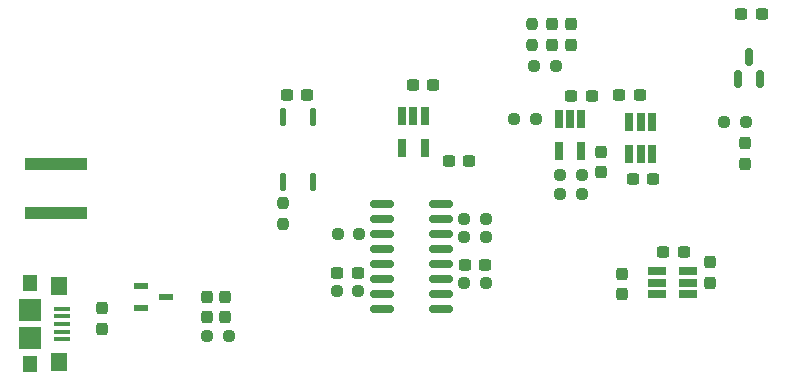
<source format=gtp>
%TF.GenerationSoftware,KiCad,Pcbnew,(6.0.7)*%
%TF.CreationDate,2023-02-28T16:34:10-05:00*%
%TF.ProjectId,Front_EndDesign3,46726f6e-745f-4456-9e64-44657369676e,rev?*%
%TF.SameCoordinates,Original*%
%TF.FileFunction,Paste,Top*%
%TF.FilePolarity,Positive*%
%FSLAX46Y46*%
G04 Gerber Fmt 4.6, Leading zero omitted, Abs format (unit mm)*
G04 Created by KiCad (PCBNEW (6.0.7)) date 2023-02-28 16:34:10*
%MOMM*%
%LPD*%
G01*
G04 APERTURE LIST*
G04 Aperture macros list*
%AMRoundRect*
0 Rectangle with rounded corners*
0 $1 Rounding radius*
0 $2 $3 $4 $5 $6 $7 $8 $9 X,Y pos of 4 corners*
0 Add a 4 corners polygon primitive as box body*
4,1,4,$2,$3,$4,$5,$6,$7,$8,$9,$2,$3,0*
0 Add four circle primitives for the rounded corners*
1,1,$1+$1,$2,$3*
1,1,$1+$1,$4,$5*
1,1,$1+$1,$6,$7*
1,1,$1+$1,$8,$9*
0 Add four rect primitives between the rounded corners*
20,1,$1+$1,$2,$3,$4,$5,0*
20,1,$1+$1,$4,$5,$6,$7,0*
20,1,$1+$1,$6,$7,$8,$9,0*
20,1,$1+$1,$8,$9,$2,$3,0*%
G04 Aperture macros list end*
%ADD10RoundRect,0.237500X-0.300000X-0.237500X0.300000X-0.237500X0.300000X0.237500X-0.300000X0.237500X0*%
%ADD11RoundRect,0.137500X0.137500X-0.587500X0.137500X0.587500X-0.137500X0.587500X-0.137500X-0.587500X0*%
%ADD12RoundRect,0.237500X-0.250000X-0.237500X0.250000X-0.237500X0.250000X0.237500X-0.250000X0.237500X0*%
%ADD13RoundRect,0.237500X-0.237500X0.300000X-0.237500X-0.300000X0.237500X-0.300000X0.237500X0.300000X0*%
%ADD14R,0.650000X1.560000*%
%ADD15RoundRect,0.237500X0.300000X0.237500X-0.300000X0.237500X-0.300000X-0.237500X0.300000X-0.237500X0*%
%ADD16R,5.207000X1.066800*%
%ADD17RoundRect,0.237500X0.237500X-0.300000X0.237500X0.300000X-0.237500X0.300000X-0.237500X-0.300000X0*%
%ADD18R,1.560000X0.650000*%
%ADD19RoundRect,0.150000X0.150000X-0.587500X0.150000X0.587500X-0.150000X0.587500X-0.150000X-0.587500X0*%
%ADD20RoundRect,0.237500X0.237500X-0.250000X0.237500X0.250000X-0.237500X0.250000X-0.237500X-0.250000X0*%
%ADD21RoundRect,0.237500X-0.237500X0.287500X-0.237500X-0.287500X0.237500X-0.287500X0.237500X0.287500X0*%
%ADD22RoundRect,0.237500X0.250000X0.237500X-0.250000X0.237500X-0.250000X-0.237500X0.250000X-0.237500X0*%
%ADD23R,1.300000X0.600000*%
%ADD24RoundRect,0.237500X-0.237500X0.250000X-0.237500X-0.250000X0.237500X-0.250000X0.237500X0.250000X0*%
%ADD25R,1.350000X0.400000*%
%ADD26R,1.400000X1.600000*%
%ADD27R,1.300000X1.450000*%
%ADD28R,1.900000X1.900000*%
%ADD29RoundRect,0.150000X0.825000X0.150000X-0.825000X0.150000X-0.825000X-0.150000X0.825000X-0.150000X0*%
G04 APERTURE END LIST*
D10*
%TO.C,C12*%
X92763000Y-78740000D03*
X94488000Y-78740000D03*
%TD*%
D11*
%TO.C,U2*%
X78740000Y-80474000D03*
X81280000Y-80474000D03*
X81280000Y-74974000D03*
X78740000Y-74974000D03*
%TD*%
D12*
%TO.C,R7*%
X94063500Y-85165000D03*
X95888500Y-85165000D03*
%TD*%
D13*
%TO.C,C10*%
X73817000Y-90223500D03*
X73817000Y-91948500D03*
%TD*%
D12*
%TO.C,R13*%
X98298000Y-75184000D03*
X100123000Y-75184000D03*
%TD*%
D14*
%TO.C,U6*%
X109954000Y-75380000D03*
X109004000Y-75380000D03*
X108054000Y-75380000D03*
X108054000Y-78080000D03*
X109004000Y-78080000D03*
X109954000Y-78080000D03*
%TD*%
D15*
%TO.C,C15*%
X112662500Y-86400000D03*
X110937500Y-86400000D03*
%TD*%
D16*
%TO.C,GD1*%
X59500000Y-78959800D03*
X59500000Y-83100000D03*
%TD*%
D17*
%TO.C,c16*%
X105686500Y-79680500D03*
X105686500Y-77955500D03*
%TD*%
D12*
%TO.C,R17*%
X116078000Y-75420000D03*
X117903000Y-75420000D03*
%TD*%
D10*
%TO.C,C7*%
X79047000Y-73152000D03*
X80772000Y-73152000D03*
%TD*%
D12*
%TO.C,R16*%
X102187500Y-79900000D03*
X104012500Y-79900000D03*
%TD*%
D18*
%TO.C,U4*%
X113050000Y-89950000D03*
X113050000Y-89000000D03*
X113050000Y-88050000D03*
X110350000Y-88050000D03*
X110350000Y-89000000D03*
X110350000Y-89950000D03*
%TD*%
D15*
%TO.C,C11*%
X91462500Y-72250000D03*
X89737500Y-72250000D03*
%TD*%
D19*
%TO.C,D1*%
X117250000Y-71737500D03*
X119150000Y-71737500D03*
X118200000Y-69862500D03*
%TD*%
D10*
%TO.C,C22*%
X117537500Y-66300000D03*
X119262500Y-66300000D03*
%TD*%
D17*
%TO.C,C14*%
X107400000Y-89962500D03*
X107400000Y-88237500D03*
%TD*%
D13*
%TO.C,C21*%
X117856000Y-77216000D03*
X117856000Y-78941000D03*
%TD*%
D17*
%TO.C,C18*%
X114900000Y-89025000D03*
X114900000Y-87300000D03*
%TD*%
D13*
%TO.C,C5*%
X63397000Y-91183500D03*
X63397000Y-92908500D03*
%TD*%
D17*
%TO.C,C13*%
X103100000Y-68862500D03*
X103100000Y-67137500D03*
%TD*%
D12*
%TO.C,R6*%
X72314500Y-93526000D03*
X74139500Y-93526000D03*
%TD*%
D20*
%TO.C,R8*%
X99800000Y-68912500D03*
X99800000Y-67087500D03*
%TD*%
D14*
%TO.C,U5*%
X103996500Y-75194000D03*
X103046500Y-75194000D03*
X102096500Y-75194000D03*
X102096500Y-77894000D03*
X103996500Y-77894000D03*
%TD*%
D21*
%TO.C,L1*%
X101500000Y-67125000D03*
X101500000Y-68875000D03*
%TD*%
D12*
%TO.C,R15*%
X102211500Y-81534000D03*
X104036500Y-81534000D03*
%TD*%
D22*
%TO.C,R12*%
X85112500Y-89729000D03*
X83287500Y-89729000D03*
%TD*%
D23*
%TO.C,Q1*%
X66677000Y-89276000D03*
X66677000Y-91176000D03*
X68777000Y-90226000D03*
%TD*%
D22*
%TO.C,R14*%
X101812500Y-70700000D03*
X99987500Y-70700000D03*
%TD*%
D24*
%TO.C,R5*%
X78740000Y-82249000D03*
X78740000Y-84074000D03*
%TD*%
D25*
%TO.C,J2*%
X59975000Y-91200000D03*
X59975000Y-91850000D03*
X59975000Y-92500000D03*
X59975000Y-93150000D03*
X59975000Y-93800000D03*
D26*
X59750000Y-89300000D03*
D27*
X57300000Y-89075000D03*
D28*
X57300000Y-91300000D03*
X57300000Y-93700000D03*
D27*
X57300000Y-95925000D03*
D26*
X59750000Y-95700000D03*
%TD*%
D10*
%TO.C,c19*%
X108357500Y-80264000D03*
X110082500Y-80264000D03*
%TD*%
D22*
%TO.C,R10*%
X85178500Y-84865000D03*
X83353500Y-84865000D03*
%TD*%
D17*
%TO.C,C8*%
X72297000Y-91948500D03*
X72297000Y-90223500D03*
%TD*%
D14*
%TO.C,U3*%
X90720000Y-74890000D03*
X89770000Y-74890000D03*
X88820000Y-74890000D03*
X88820000Y-77590000D03*
X90720000Y-77590000D03*
%TD*%
D15*
%TO.C,C20*%
X108913000Y-73152000D03*
X107188000Y-73152000D03*
%TD*%
D12*
%TO.C,R11*%
X94063500Y-83655000D03*
X95888500Y-83655000D03*
%TD*%
D10*
%TO.C,C6*%
X94123500Y-87495000D03*
X95848500Y-87495000D03*
%TD*%
D29*
%TO.C,U1*%
X92091000Y-91240000D03*
X92091000Y-89970000D03*
X92091000Y-88700000D03*
X92091000Y-87430000D03*
X92091000Y-86160000D03*
X92091000Y-84890000D03*
X92091000Y-83620000D03*
X92091000Y-82350000D03*
X87141000Y-82350000D03*
X87141000Y-83620000D03*
X87141000Y-84890000D03*
X87141000Y-86160000D03*
X87141000Y-87430000D03*
X87141000Y-88700000D03*
X87141000Y-89970000D03*
X87141000Y-91240000D03*
%TD*%
D10*
%TO.C,C17*%
X103146500Y-73230000D03*
X104871500Y-73230000D03*
%TD*%
D12*
%TO.C,R9*%
X94083500Y-89005000D03*
X95908500Y-89005000D03*
%TD*%
D15*
%TO.C,C9*%
X85062500Y-88229000D03*
X83337500Y-88229000D03*
%TD*%
M02*

</source>
